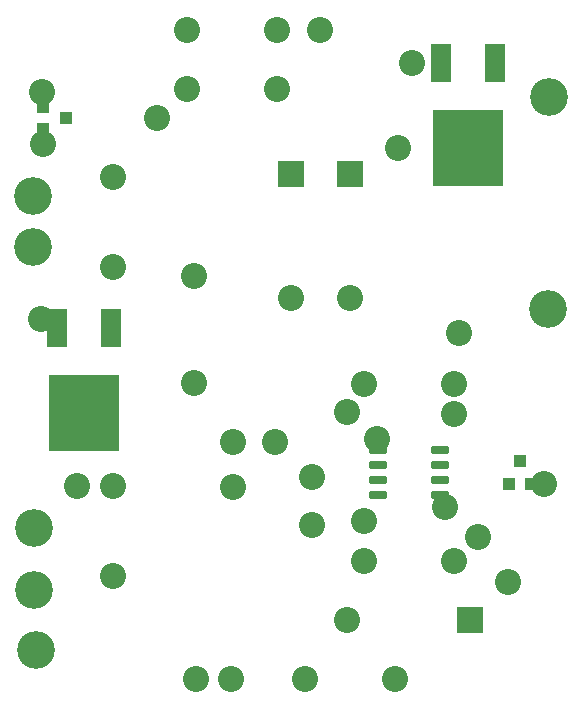
<source format=gts>
G04 Layer_Color=8388736*
%FSLAX24Y24*%
%MOIN*%
G70*
G01*
G75*
%ADD27R,0.0710X0.1261*%
%ADD28R,0.2363X0.2521*%
%ADD29R,0.0395X0.0434*%
%ADD30R,0.0434X0.0395*%
G04:AMPARAMS|DCode=31|XSize=29.7mil|YSize=57.2mil|CornerRadius=5.9mil|HoleSize=0mil|Usage=FLASHONLY|Rotation=270.000|XOffset=0mil|YOffset=0mil|HoleType=Round|Shape=RoundedRectangle|*
%AMROUNDEDRECTD31*
21,1,0.0297,0.0453,0,0,270.0*
21,1,0.0178,0.0572,0,0,270.0*
1,1,0.0119,-0.0227,-0.0089*
1,1,0.0119,-0.0227,0.0089*
1,1,0.0119,0.0227,0.0089*
1,1,0.0119,0.0227,-0.0089*
%
%ADD31ROUNDEDRECTD31*%
%ADD32R,0.0867X0.0867*%
%ADD33C,0.0867*%
%ADD34R,0.0867X0.0867*%
%ADD35C,0.1261*%
D27*
X28461Y31378D02*
D03*
X26658D02*
D03*
X15665Y22520D02*
D03*
X13862D02*
D03*
D28*
X27559Y28543D02*
D03*
X14764Y19685D02*
D03*
D29*
X28919Y17323D02*
D03*
X29667D02*
D03*
X29293Y18110D02*
D03*
D30*
X13386Y29902D02*
D03*
Y29154D02*
D03*
X14173Y29528D02*
D03*
D31*
X26624Y16967D02*
D03*
Y17467D02*
D03*
Y17967D02*
D03*
Y18467D02*
D03*
X24557Y16967D02*
D03*
Y17467D02*
D03*
Y17967D02*
D03*
Y18467D02*
D03*
D32*
X27650Y12795D02*
D03*
D33*
X23531D02*
D03*
X21654Y23531D02*
D03*
X18424Y20706D02*
D03*
Y24249D02*
D03*
X23622Y23531D02*
D03*
X22122Y10827D02*
D03*
X25122D02*
D03*
X27091Y14764D02*
D03*
X24091D02*
D03*
X15748Y17248D02*
D03*
Y14248D02*
D03*
Y27559D02*
D03*
Y24559D02*
D03*
X27091Y20669D02*
D03*
X24091D02*
D03*
X18185Y32480D02*
D03*
X21185D02*
D03*
X18185Y30512D02*
D03*
X21185D02*
D03*
X24091Y16081D02*
D03*
X13400Y28670D02*
D03*
X13370Y30400D02*
D03*
X25240Y28543D02*
D03*
X14530Y17248D02*
D03*
X26800Y16580D02*
D03*
X24550Y18819D02*
D03*
X27091Y19660D02*
D03*
X23530Y19740D02*
D03*
X27890Y15563D02*
D03*
X27260Y22360D02*
D03*
X22640Y32480D02*
D03*
X17201Y29528D02*
D03*
X28915Y14065D02*
D03*
X21120Y18731D02*
D03*
X19740D02*
D03*
X25700Y31378D02*
D03*
X19680Y10827D02*
D03*
X18500D02*
D03*
X19740Y17220D02*
D03*
X22370Y17560D02*
D03*
X30090Y17320D02*
D03*
X22370Y15970D02*
D03*
X13340Y22840D02*
D03*
D34*
X21654Y27650D02*
D03*
X23622Y27650D02*
D03*
D35*
X30270Y30220D02*
D03*
X13100Y15880D02*
D03*
X13060Y25230D02*
D03*
X13060Y26930D02*
D03*
X13170Y11810D02*
D03*
X13110Y13810D02*
D03*
X30250Y23150D02*
D03*
M02*

</source>
